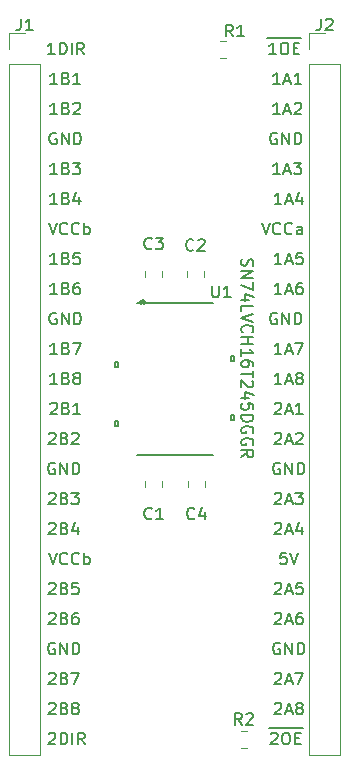
<source format=gbr>
G04 #@! TF.GenerationSoftware,KiCad,Pcbnew,(5.1.5)-3*
G04 #@! TF.CreationDate,2020-07-08T16:59:20-04:00*
G04 #@! TF.ProjectId,VFD Level Translator,56464420-4c65-4766-956c-205472616e73,rev?*
G04 #@! TF.SameCoordinates,Original*
G04 #@! TF.FileFunction,Legend,Top*
G04 #@! TF.FilePolarity,Positive*
%FSLAX46Y46*%
G04 Gerber Fmt 4.6, Leading zero omitted, Abs format (unit mm)*
G04 Created by KiCad (PCBNEW (5.1.5)-3) date 2020-07-08 16:59:20*
%MOMM*%
%LPD*%
G04 APERTURE LIST*
%ADD10C,0.150000*%
%ADD11C,0.152400*%
%ADD12C,0.120000*%
G04 APERTURE END LIST*
D10*
X140025619Y-95605000D02*
X140978000Y-95605000D01*
X140216095Y-96067619D02*
X140263714Y-96020000D01*
X140358952Y-95972380D01*
X140597047Y-95972380D01*
X140692285Y-96020000D01*
X140739904Y-96067619D01*
X140787523Y-96162857D01*
X140787523Y-96258095D01*
X140739904Y-96400952D01*
X140168476Y-96972380D01*
X140787523Y-96972380D01*
X140978000Y-95605000D02*
X142025619Y-95605000D01*
X141406571Y-95972380D02*
X141597047Y-95972380D01*
X141692285Y-96020000D01*
X141787523Y-96115238D01*
X141835142Y-96305714D01*
X141835142Y-96639047D01*
X141787523Y-96829523D01*
X141692285Y-96924761D01*
X141597047Y-96972380D01*
X141406571Y-96972380D01*
X141311333Y-96924761D01*
X141216095Y-96829523D01*
X141168476Y-96639047D01*
X141168476Y-96305714D01*
X141216095Y-96115238D01*
X141311333Y-96020000D01*
X141406571Y-95972380D01*
X142025619Y-95605000D02*
X142930380Y-95605000D01*
X142263714Y-96448571D02*
X142597047Y-96448571D01*
X142739904Y-96972380D02*
X142263714Y-96972380D01*
X142263714Y-95972380D01*
X142739904Y-95972380D01*
X140541523Y-93527619D02*
X140589142Y-93480000D01*
X140684380Y-93432380D01*
X140922476Y-93432380D01*
X141017714Y-93480000D01*
X141065333Y-93527619D01*
X141112952Y-93622857D01*
X141112952Y-93718095D01*
X141065333Y-93860952D01*
X140493904Y-94432380D01*
X141112952Y-94432380D01*
X141493904Y-94146666D02*
X141970095Y-94146666D01*
X141398666Y-94432380D02*
X141732000Y-93432380D01*
X142065333Y-94432380D01*
X142541523Y-93860952D02*
X142446285Y-93813333D01*
X142398666Y-93765714D01*
X142351047Y-93670476D01*
X142351047Y-93622857D01*
X142398666Y-93527619D01*
X142446285Y-93480000D01*
X142541523Y-93432380D01*
X142732000Y-93432380D01*
X142827238Y-93480000D01*
X142874857Y-93527619D01*
X142922476Y-93622857D01*
X142922476Y-93670476D01*
X142874857Y-93765714D01*
X142827238Y-93813333D01*
X142732000Y-93860952D01*
X142541523Y-93860952D01*
X142446285Y-93908571D01*
X142398666Y-93956190D01*
X142351047Y-94051428D01*
X142351047Y-94241904D01*
X142398666Y-94337142D01*
X142446285Y-94384761D01*
X142541523Y-94432380D01*
X142732000Y-94432380D01*
X142827238Y-94384761D01*
X142874857Y-94337142D01*
X142922476Y-94241904D01*
X142922476Y-94051428D01*
X142874857Y-93956190D01*
X142827238Y-93908571D01*
X142732000Y-93860952D01*
X140541523Y-90987619D02*
X140589142Y-90940000D01*
X140684380Y-90892380D01*
X140922476Y-90892380D01*
X141017714Y-90940000D01*
X141065333Y-90987619D01*
X141112952Y-91082857D01*
X141112952Y-91178095D01*
X141065333Y-91320952D01*
X140493904Y-91892380D01*
X141112952Y-91892380D01*
X141493904Y-91606666D02*
X141970095Y-91606666D01*
X141398666Y-91892380D02*
X141732000Y-90892380D01*
X142065333Y-91892380D01*
X142303428Y-90892380D02*
X142970095Y-90892380D01*
X142541523Y-91892380D01*
X140970095Y-88400000D02*
X140874857Y-88352380D01*
X140732000Y-88352380D01*
X140589142Y-88400000D01*
X140493904Y-88495238D01*
X140446285Y-88590476D01*
X140398666Y-88780952D01*
X140398666Y-88923809D01*
X140446285Y-89114285D01*
X140493904Y-89209523D01*
X140589142Y-89304761D01*
X140732000Y-89352380D01*
X140827238Y-89352380D01*
X140970095Y-89304761D01*
X141017714Y-89257142D01*
X141017714Y-88923809D01*
X140827238Y-88923809D01*
X141446285Y-89352380D02*
X141446285Y-88352380D01*
X142017714Y-89352380D01*
X142017714Y-88352380D01*
X142493904Y-89352380D02*
X142493904Y-88352380D01*
X142732000Y-88352380D01*
X142874857Y-88400000D01*
X142970095Y-88495238D01*
X143017714Y-88590476D01*
X143065333Y-88780952D01*
X143065333Y-88923809D01*
X143017714Y-89114285D01*
X142970095Y-89209523D01*
X142874857Y-89304761D01*
X142732000Y-89352380D01*
X142493904Y-89352380D01*
X140541523Y-85907619D02*
X140589142Y-85860000D01*
X140684380Y-85812380D01*
X140922476Y-85812380D01*
X141017714Y-85860000D01*
X141065333Y-85907619D01*
X141112952Y-86002857D01*
X141112952Y-86098095D01*
X141065333Y-86240952D01*
X140493904Y-86812380D01*
X141112952Y-86812380D01*
X141493904Y-86526666D02*
X141970095Y-86526666D01*
X141398666Y-86812380D02*
X141732000Y-85812380D01*
X142065333Y-86812380D01*
X142827238Y-85812380D02*
X142636761Y-85812380D01*
X142541523Y-85860000D01*
X142493904Y-85907619D01*
X142398666Y-86050476D01*
X142351047Y-86240952D01*
X142351047Y-86621904D01*
X142398666Y-86717142D01*
X142446285Y-86764761D01*
X142541523Y-86812380D01*
X142732000Y-86812380D01*
X142827238Y-86764761D01*
X142874857Y-86717142D01*
X142922476Y-86621904D01*
X142922476Y-86383809D01*
X142874857Y-86288571D01*
X142827238Y-86240952D01*
X142732000Y-86193333D01*
X142541523Y-86193333D01*
X142446285Y-86240952D01*
X142398666Y-86288571D01*
X142351047Y-86383809D01*
X140541523Y-83367619D02*
X140589142Y-83320000D01*
X140684380Y-83272380D01*
X140922476Y-83272380D01*
X141017714Y-83320000D01*
X141065333Y-83367619D01*
X141112952Y-83462857D01*
X141112952Y-83558095D01*
X141065333Y-83700952D01*
X140493904Y-84272380D01*
X141112952Y-84272380D01*
X141493904Y-83986666D02*
X141970095Y-83986666D01*
X141398666Y-84272380D02*
X141732000Y-83272380D01*
X142065333Y-84272380D01*
X142874857Y-83272380D02*
X142398666Y-83272380D01*
X142351047Y-83748571D01*
X142398666Y-83700952D01*
X142493904Y-83653333D01*
X142732000Y-83653333D01*
X142827238Y-83700952D01*
X142874857Y-83748571D01*
X142922476Y-83843809D01*
X142922476Y-84081904D01*
X142874857Y-84177142D01*
X142827238Y-84224761D01*
X142732000Y-84272380D01*
X142493904Y-84272380D01*
X142398666Y-84224761D01*
X142351047Y-84177142D01*
X141541523Y-80732380D02*
X141065333Y-80732380D01*
X141017714Y-81208571D01*
X141065333Y-81160952D01*
X141160571Y-81113333D01*
X141398666Y-81113333D01*
X141493904Y-81160952D01*
X141541523Y-81208571D01*
X141589142Y-81303809D01*
X141589142Y-81541904D01*
X141541523Y-81637142D01*
X141493904Y-81684761D01*
X141398666Y-81732380D01*
X141160571Y-81732380D01*
X141065333Y-81684761D01*
X141017714Y-81637142D01*
X141874857Y-80732380D02*
X142208190Y-81732380D01*
X142541523Y-80732380D01*
X140541523Y-78287619D02*
X140589142Y-78240000D01*
X140684380Y-78192380D01*
X140922476Y-78192380D01*
X141017714Y-78240000D01*
X141065333Y-78287619D01*
X141112952Y-78382857D01*
X141112952Y-78478095D01*
X141065333Y-78620952D01*
X140493904Y-79192380D01*
X141112952Y-79192380D01*
X141493904Y-78906666D02*
X141970095Y-78906666D01*
X141398666Y-79192380D02*
X141732000Y-78192380D01*
X142065333Y-79192380D01*
X142827238Y-78525714D02*
X142827238Y-79192380D01*
X142589142Y-78144761D02*
X142351047Y-78859047D01*
X142970095Y-78859047D01*
X140541523Y-75747619D02*
X140589142Y-75700000D01*
X140684380Y-75652380D01*
X140922476Y-75652380D01*
X141017714Y-75700000D01*
X141065333Y-75747619D01*
X141112952Y-75842857D01*
X141112952Y-75938095D01*
X141065333Y-76080952D01*
X140493904Y-76652380D01*
X141112952Y-76652380D01*
X141493904Y-76366666D02*
X141970095Y-76366666D01*
X141398666Y-76652380D02*
X141732000Y-75652380D01*
X142065333Y-76652380D01*
X142303428Y-75652380D02*
X142922476Y-75652380D01*
X142589142Y-76033333D01*
X142732000Y-76033333D01*
X142827238Y-76080952D01*
X142874857Y-76128571D01*
X142922476Y-76223809D01*
X142922476Y-76461904D01*
X142874857Y-76557142D01*
X142827238Y-76604761D01*
X142732000Y-76652380D01*
X142446285Y-76652380D01*
X142351047Y-76604761D01*
X142303428Y-76557142D01*
X140970095Y-73160000D02*
X140874857Y-73112380D01*
X140732000Y-73112380D01*
X140589142Y-73160000D01*
X140493904Y-73255238D01*
X140446285Y-73350476D01*
X140398666Y-73540952D01*
X140398666Y-73683809D01*
X140446285Y-73874285D01*
X140493904Y-73969523D01*
X140589142Y-74064761D01*
X140732000Y-74112380D01*
X140827238Y-74112380D01*
X140970095Y-74064761D01*
X141017714Y-74017142D01*
X141017714Y-73683809D01*
X140827238Y-73683809D01*
X141446285Y-74112380D02*
X141446285Y-73112380D01*
X142017714Y-74112380D01*
X142017714Y-73112380D01*
X142493904Y-74112380D02*
X142493904Y-73112380D01*
X142732000Y-73112380D01*
X142874857Y-73160000D01*
X142970095Y-73255238D01*
X143017714Y-73350476D01*
X143065333Y-73540952D01*
X143065333Y-73683809D01*
X143017714Y-73874285D01*
X142970095Y-73969523D01*
X142874857Y-74064761D01*
X142732000Y-74112380D01*
X142493904Y-74112380D01*
X140541523Y-70667619D02*
X140589142Y-70620000D01*
X140684380Y-70572380D01*
X140922476Y-70572380D01*
X141017714Y-70620000D01*
X141065333Y-70667619D01*
X141112952Y-70762857D01*
X141112952Y-70858095D01*
X141065333Y-71000952D01*
X140493904Y-71572380D01*
X141112952Y-71572380D01*
X141493904Y-71286666D02*
X141970095Y-71286666D01*
X141398666Y-71572380D02*
X141732000Y-70572380D01*
X142065333Y-71572380D01*
X142351047Y-70667619D02*
X142398666Y-70620000D01*
X142493904Y-70572380D01*
X142732000Y-70572380D01*
X142827238Y-70620000D01*
X142874857Y-70667619D01*
X142922476Y-70762857D01*
X142922476Y-70858095D01*
X142874857Y-71000952D01*
X142303428Y-71572380D01*
X142922476Y-71572380D01*
X140541523Y-68127619D02*
X140589142Y-68080000D01*
X140684380Y-68032380D01*
X140922476Y-68032380D01*
X141017714Y-68080000D01*
X141065333Y-68127619D01*
X141112952Y-68222857D01*
X141112952Y-68318095D01*
X141065333Y-68460952D01*
X140493904Y-69032380D01*
X141112952Y-69032380D01*
X141493904Y-68746666D02*
X141970095Y-68746666D01*
X141398666Y-69032380D02*
X141732000Y-68032380D01*
X142065333Y-69032380D01*
X142922476Y-69032380D02*
X142351047Y-69032380D01*
X142636761Y-69032380D02*
X142636761Y-68032380D01*
X142541523Y-68175238D01*
X142446285Y-68270476D01*
X142351047Y-68318095D01*
X141112952Y-66492380D02*
X140541523Y-66492380D01*
X140827238Y-66492380D02*
X140827238Y-65492380D01*
X140732000Y-65635238D01*
X140636761Y-65730476D01*
X140541523Y-65778095D01*
X141493904Y-66206666D02*
X141970095Y-66206666D01*
X141398666Y-66492380D02*
X141732000Y-65492380D01*
X142065333Y-66492380D01*
X142541523Y-65920952D02*
X142446285Y-65873333D01*
X142398666Y-65825714D01*
X142351047Y-65730476D01*
X142351047Y-65682857D01*
X142398666Y-65587619D01*
X142446285Y-65540000D01*
X142541523Y-65492380D01*
X142732000Y-65492380D01*
X142827238Y-65540000D01*
X142874857Y-65587619D01*
X142922476Y-65682857D01*
X142922476Y-65730476D01*
X142874857Y-65825714D01*
X142827238Y-65873333D01*
X142732000Y-65920952D01*
X142541523Y-65920952D01*
X142446285Y-65968571D01*
X142398666Y-66016190D01*
X142351047Y-66111428D01*
X142351047Y-66301904D01*
X142398666Y-66397142D01*
X142446285Y-66444761D01*
X142541523Y-66492380D01*
X142732000Y-66492380D01*
X142827238Y-66444761D01*
X142874857Y-66397142D01*
X142922476Y-66301904D01*
X142922476Y-66111428D01*
X142874857Y-66016190D01*
X142827238Y-65968571D01*
X142732000Y-65920952D01*
X141112952Y-63952380D02*
X140541523Y-63952380D01*
X140827238Y-63952380D02*
X140827238Y-62952380D01*
X140732000Y-63095238D01*
X140636761Y-63190476D01*
X140541523Y-63238095D01*
X141493904Y-63666666D02*
X141970095Y-63666666D01*
X141398666Y-63952380D02*
X141732000Y-62952380D01*
X142065333Y-63952380D01*
X142303428Y-62952380D02*
X142970095Y-62952380D01*
X142541523Y-63952380D01*
X140716095Y-60460000D02*
X140620857Y-60412380D01*
X140478000Y-60412380D01*
X140335142Y-60460000D01*
X140239904Y-60555238D01*
X140192285Y-60650476D01*
X140144666Y-60840952D01*
X140144666Y-60983809D01*
X140192285Y-61174285D01*
X140239904Y-61269523D01*
X140335142Y-61364761D01*
X140478000Y-61412380D01*
X140573238Y-61412380D01*
X140716095Y-61364761D01*
X140763714Y-61317142D01*
X140763714Y-60983809D01*
X140573238Y-60983809D01*
X141192285Y-61412380D02*
X141192285Y-60412380D01*
X141763714Y-61412380D01*
X141763714Y-60412380D01*
X142239904Y-61412380D02*
X142239904Y-60412380D01*
X142478000Y-60412380D01*
X142620857Y-60460000D01*
X142716095Y-60555238D01*
X142763714Y-60650476D01*
X142811333Y-60840952D01*
X142811333Y-60983809D01*
X142763714Y-61174285D01*
X142716095Y-61269523D01*
X142620857Y-61364761D01*
X142478000Y-61412380D01*
X142239904Y-61412380D01*
X141112952Y-58872380D02*
X140541523Y-58872380D01*
X140827238Y-58872380D02*
X140827238Y-57872380D01*
X140732000Y-58015238D01*
X140636761Y-58110476D01*
X140541523Y-58158095D01*
X141493904Y-58586666D02*
X141970095Y-58586666D01*
X141398666Y-58872380D02*
X141732000Y-57872380D01*
X142065333Y-58872380D01*
X142827238Y-57872380D02*
X142636761Y-57872380D01*
X142541523Y-57920000D01*
X142493904Y-57967619D01*
X142398666Y-58110476D01*
X142351047Y-58300952D01*
X142351047Y-58681904D01*
X142398666Y-58777142D01*
X142446285Y-58824761D01*
X142541523Y-58872380D01*
X142732000Y-58872380D01*
X142827238Y-58824761D01*
X142874857Y-58777142D01*
X142922476Y-58681904D01*
X142922476Y-58443809D01*
X142874857Y-58348571D01*
X142827238Y-58300952D01*
X142732000Y-58253333D01*
X142541523Y-58253333D01*
X142446285Y-58300952D01*
X142398666Y-58348571D01*
X142351047Y-58443809D01*
X141112952Y-56332380D02*
X140541523Y-56332380D01*
X140827238Y-56332380D02*
X140827238Y-55332380D01*
X140732000Y-55475238D01*
X140636761Y-55570476D01*
X140541523Y-55618095D01*
X141493904Y-56046666D02*
X141970095Y-56046666D01*
X141398666Y-56332380D02*
X141732000Y-55332380D01*
X142065333Y-56332380D01*
X142874857Y-55332380D02*
X142398666Y-55332380D01*
X142351047Y-55808571D01*
X142398666Y-55760952D01*
X142493904Y-55713333D01*
X142732000Y-55713333D01*
X142827238Y-55760952D01*
X142874857Y-55808571D01*
X142922476Y-55903809D01*
X142922476Y-56141904D01*
X142874857Y-56237142D01*
X142827238Y-56284761D01*
X142732000Y-56332380D01*
X142493904Y-56332380D01*
X142398666Y-56284761D01*
X142351047Y-56237142D01*
X139438285Y-52792380D02*
X139771619Y-53792380D01*
X140104952Y-52792380D01*
X141009714Y-53697142D02*
X140962095Y-53744761D01*
X140819238Y-53792380D01*
X140724000Y-53792380D01*
X140581142Y-53744761D01*
X140485904Y-53649523D01*
X140438285Y-53554285D01*
X140390666Y-53363809D01*
X140390666Y-53220952D01*
X140438285Y-53030476D01*
X140485904Y-52935238D01*
X140581142Y-52840000D01*
X140724000Y-52792380D01*
X140819238Y-52792380D01*
X140962095Y-52840000D01*
X141009714Y-52887619D01*
X142009714Y-53697142D02*
X141962095Y-53744761D01*
X141819238Y-53792380D01*
X141724000Y-53792380D01*
X141581142Y-53744761D01*
X141485904Y-53649523D01*
X141438285Y-53554285D01*
X141390666Y-53363809D01*
X141390666Y-53220952D01*
X141438285Y-53030476D01*
X141485904Y-52935238D01*
X141581142Y-52840000D01*
X141724000Y-52792380D01*
X141819238Y-52792380D01*
X141962095Y-52840000D01*
X142009714Y-52887619D01*
X142866857Y-53792380D02*
X142866857Y-53268571D01*
X142819238Y-53173333D01*
X142724000Y-53125714D01*
X142533523Y-53125714D01*
X142438285Y-53173333D01*
X142866857Y-53744761D02*
X142771619Y-53792380D01*
X142533523Y-53792380D01*
X142438285Y-53744761D01*
X142390666Y-53649523D01*
X142390666Y-53554285D01*
X142438285Y-53459047D01*
X142533523Y-53411428D01*
X142771619Y-53411428D01*
X142866857Y-53363809D01*
X141112952Y-51252380D02*
X140541523Y-51252380D01*
X140827238Y-51252380D02*
X140827238Y-50252380D01*
X140732000Y-50395238D01*
X140636761Y-50490476D01*
X140541523Y-50538095D01*
X141493904Y-50966666D02*
X141970095Y-50966666D01*
X141398666Y-51252380D02*
X141732000Y-50252380D01*
X142065333Y-51252380D01*
X142827238Y-50585714D02*
X142827238Y-51252380D01*
X142589142Y-50204761D02*
X142351047Y-50919047D01*
X142970095Y-50919047D01*
X140985952Y-48712380D02*
X140414523Y-48712380D01*
X140700238Y-48712380D02*
X140700238Y-47712380D01*
X140605000Y-47855238D01*
X140509761Y-47950476D01*
X140414523Y-47998095D01*
X141366904Y-48426666D02*
X141843095Y-48426666D01*
X141271666Y-48712380D02*
X141605000Y-47712380D01*
X141938333Y-48712380D01*
X142176428Y-47712380D02*
X142795476Y-47712380D01*
X142462142Y-48093333D01*
X142605000Y-48093333D01*
X142700238Y-48140952D01*
X142747857Y-48188571D01*
X142795476Y-48283809D01*
X142795476Y-48521904D01*
X142747857Y-48617142D01*
X142700238Y-48664761D01*
X142605000Y-48712380D01*
X142319285Y-48712380D01*
X142224047Y-48664761D01*
X142176428Y-48617142D01*
X140716095Y-45220000D02*
X140620857Y-45172380D01*
X140478000Y-45172380D01*
X140335142Y-45220000D01*
X140239904Y-45315238D01*
X140192285Y-45410476D01*
X140144666Y-45600952D01*
X140144666Y-45743809D01*
X140192285Y-45934285D01*
X140239904Y-46029523D01*
X140335142Y-46124761D01*
X140478000Y-46172380D01*
X140573238Y-46172380D01*
X140716095Y-46124761D01*
X140763714Y-46077142D01*
X140763714Y-45743809D01*
X140573238Y-45743809D01*
X141192285Y-46172380D02*
X141192285Y-45172380D01*
X141763714Y-46172380D01*
X141763714Y-45172380D01*
X142239904Y-46172380D02*
X142239904Y-45172380D01*
X142478000Y-45172380D01*
X142620857Y-45220000D01*
X142716095Y-45315238D01*
X142763714Y-45410476D01*
X142811333Y-45600952D01*
X142811333Y-45743809D01*
X142763714Y-45934285D01*
X142716095Y-46029523D01*
X142620857Y-46124761D01*
X142478000Y-46172380D01*
X142239904Y-46172380D01*
X140985952Y-43632380D02*
X140414523Y-43632380D01*
X140700238Y-43632380D02*
X140700238Y-42632380D01*
X140605000Y-42775238D01*
X140509761Y-42870476D01*
X140414523Y-42918095D01*
X141366904Y-43346666D02*
X141843095Y-43346666D01*
X141271666Y-43632380D02*
X141605000Y-42632380D01*
X141938333Y-43632380D01*
X142224047Y-42727619D02*
X142271666Y-42680000D01*
X142366904Y-42632380D01*
X142605000Y-42632380D01*
X142700238Y-42680000D01*
X142747857Y-42727619D01*
X142795476Y-42822857D01*
X142795476Y-42918095D01*
X142747857Y-43060952D01*
X142176428Y-43632380D01*
X142795476Y-43632380D01*
X140985952Y-41092380D02*
X140414523Y-41092380D01*
X140700238Y-41092380D02*
X140700238Y-40092380D01*
X140605000Y-40235238D01*
X140509761Y-40330476D01*
X140414523Y-40378095D01*
X141366904Y-40806666D02*
X141843095Y-40806666D01*
X141271666Y-41092380D02*
X141605000Y-40092380D01*
X141938333Y-41092380D01*
X142795476Y-41092380D02*
X142224047Y-41092380D01*
X142509761Y-41092380D02*
X142509761Y-40092380D01*
X142414523Y-40235238D01*
X142319285Y-40330476D01*
X142224047Y-40378095D01*
X139898619Y-37185000D02*
X140851000Y-37185000D01*
X140660523Y-38552380D02*
X140089095Y-38552380D01*
X140374809Y-38552380D02*
X140374809Y-37552380D01*
X140279571Y-37695238D01*
X140184333Y-37790476D01*
X140089095Y-37838095D01*
X140851000Y-37185000D02*
X141898619Y-37185000D01*
X141279571Y-37552380D02*
X141470047Y-37552380D01*
X141565285Y-37600000D01*
X141660523Y-37695238D01*
X141708142Y-37885714D01*
X141708142Y-38219047D01*
X141660523Y-38409523D01*
X141565285Y-38504761D01*
X141470047Y-38552380D01*
X141279571Y-38552380D01*
X141184333Y-38504761D01*
X141089095Y-38409523D01*
X141041476Y-38219047D01*
X141041476Y-37885714D01*
X141089095Y-37695238D01*
X141184333Y-37600000D01*
X141279571Y-37552380D01*
X141898619Y-37185000D02*
X142803380Y-37185000D01*
X142136714Y-38028571D02*
X142470047Y-38028571D01*
X142612904Y-38552380D02*
X142136714Y-38552380D01*
X142136714Y-37552380D01*
X142612904Y-37552380D01*
X121412190Y-96067619D02*
X121459809Y-96020000D01*
X121555047Y-95972380D01*
X121793142Y-95972380D01*
X121888380Y-96020000D01*
X121936000Y-96067619D01*
X121983619Y-96162857D01*
X121983619Y-96258095D01*
X121936000Y-96400952D01*
X121364571Y-96972380D01*
X121983619Y-96972380D01*
X122412190Y-96972380D02*
X122412190Y-95972380D01*
X122650285Y-95972380D01*
X122793142Y-96020000D01*
X122888380Y-96115238D01*
X122936000Y-96210476D01*
X122983619Y-96400952D01*
X122983619Y-96543809D01*
X122936000Y-96734285D01*
X122888380Y-96829523D01*
X122793142Y-96924761D01*
X122650285Y-96972380D01*
X122412190Y-96972380D01*
X123412190Y-96972380D02*
X123412190Y-95972380D01*
X124459809Y-96972380D02*
X124126476Y-96496190D01*
X123888380Y-96972380D02*
X123888380Y-95972380D01*
X124269333Y-95972380D01*
X124364571Y-96020000D01*
X124412190Y-96067619D01*
X124459809Y-96162857D01*
X124459809Y-96305714D01*
X124412190Y-96400952D01*
X124364571Y-96448571D01*
X124269333Y-96496190D01*
X123888380Y-96496190D01*
X121420095Y-93527619D02*
X121467714Y-93480000D01*
X121562952Y-93432380D01*
X121801047Y-93432380D01*
X121896285Y-93480000D01*
X121943904Y-93527619D01*
X121991523Y-93622857D01*
X121991523Y-93718095D01*
X121943904Y-93860952D01*
X121372476Y-94432380D01*
X121991523Y-94432380D01*
X122753428Y-93908571D02*
X122896285Y-93956190D01*
X122943904Y-94003809D01*
X122991523Y-94099047D01*
X122991523Y-94241904D01*
X122943904Y-94337142D01*
X122896285Y-94384761D01*
X122801047Y-94432380D01*
X122420095Y-94432380D01*
X122420095Y-93432380D01*
X122753428Y-93432380D01*
X122848666Y-93480000D01*
X122896285Y-93527619D01*
X122943904Y-93622857D01*
X122943904Y-93718095D01*
X122896285Y-93813333D01*
X122848666Y-93860952D01*
X122753428Y-93908571D01*
X122420095Y-93908571D01*
X123562952Y-93860952D02*
X123467714Y-93813333D01*
X123420095Y-93765714D01*
X123372476Y-93670476D01*
X123372476Y-93622857D01*
X123420095Y-93527619D01*
X123467714Y-93480000D01*
X123562952Y-93432380D01*
X123753428Y-93432380D01*
X123848666Y-93480000D01*
X123896285Y-93527619D01*
X123943904Y-93622857D01*
X123943904Y-93670476D01*
X123896285Y-93765714D01*
X123848666Y-93813333D01*
X123753428Y-93860952D01*
X123562952Y-93860952D01*
X123467714Y-93908571D01*
X123420095Y-93956190D01*
X123372476Y-94051428D01*
X123372476Y-94241904D01*
X123420095Y-94337142D01*
X123467714Y-94384761D01*
X123562952Y-94432380D01*
X123753428Y-94432380D01*
X123848666Y-94384761D01*
X123896285Y-94337142D01*
X123943904Y-94241904D01*
X123943904Y-94051428D01*
X123896285Y-93956190D01*
X123848666Y-93908571D01*
X123753428Y-93860952D01*
X121420095Y-90987619D02*
X121467714Y-90940000D01*
X121562952Y-90892380D01*
X121801047Y-90892380D01*
X121896285Y-90940000D01*
X121943904Y-90987619D01*
X121991523Y-91082857D01*
X121991523Y-91178095D01*
X121943904Y-91320952D01*
X121372476Y-91892380D01*
X121991523Y-91892380D01*
X122753428Y-91368571D02*
X122896285Y-91416190D01*
X122943904Y-91463809D01*
X122991523Y-91559047D01*
X122991523Y-91701904D01*
X122943904Y-91797142D01*
X122896285Y-91844761D01*
X122801047Y-91892380D01*
X122420095Y-91892380D01*
X122420095Y-90892380D01*
X122753428Y-90892380D01*
X122848666Y-90940000D01*
X122896285Y-90987619D01*
X122943904Y-91082857D01*
X122943904Y-91178095D01*
X122896285Y-91273333D01*
X122848666Y-91320952D01*
X122753428Y-91368571D01*
X122420095Y-91368571D01*
X123324857Y-90892380D02*
X123991523Y-90892380D01*
X123562952Y-91892380D01*
X121920095Y-88400000D02*
X121824857Y-88352380D01*
X121682000Y-88352380D01*
X121539142Y-88400000D01*
X121443904Y-88495238D01*
X121396285Y-88590476D01*
X121348666Y-88780952D01*
X121348666Y-88923809D01*
X121396285Y-89114285D01*
X121443904Y-89209523D01*
X121539142Y-89304761D01*
X121682000Y-89352380D01*
X121777238Y-89352380D01*
X121920095Y-89304761D01*
X121967714Y-89257142D01*
X121967714Y-88923809D01*
X121777238Y-88923809D01*
X122396285Y-89352380D02*
X122396285Y-88352380D01*
X122967714Y-89352380D01*
X122967714Y-88352380D01*
X123443904Y-89352380D02*
X123443904Y-88352380D01*
X123682000Y-88352380D01*
X123824857Y-88400000D01*
X123920095Y-88495238D01*
X123967714Y-88590476D01*
X124015333Y-88780952D01*
X124015333Y-88923809D01*
X123967714Y-89114285D01*
X123920095Y-89209523D01*
X123824857Y-89304761D01*
X123682000Y-89352380D01*
X123443904Y-89352380D01*
X121420095Y-85907619D02*
X121467714Y-85860000D01*
X121562952Y-85812380D01*
X121801047Y-85812380D01*
X121896285Y-85860000D01*
X121943904Y-85907619D01*
X121991523Y-86002857D01*
X121991523Y-86098095D01*
X121943904Y-86240952D01*
X121372476Y-86812380D01*
X121991523Y-86812380D01*
X122753428Y-86288571D02*
X122896285Y-86336190D01*
X122943904Y-86383809D01*
X122991523Y-86479047D01*
X122991523Y-86621904D01*
X122943904Y-86717142D01*
X122896285Y-86764761D01*
X122801047Y-86812380D01*
X122420095Y-86812380D01*
X122420095Y-85812380D01*
X122753428Y-85812380D01*
X122848666Y-85860000D01*
X122896285Y-85907619D01*
X122943904Y-86002857D01*
X122943904Y-86098095D01*
X122896285Y-86193333D01*
X122848666Y-86240952D01*
X122753428Y-86288571D01*
X122420095Y-86288571D01*
X123848666Y-85812380D02*
X123658190Y-85812380D01*
X123562952Y-85860000D01*
X123515333Y-85907619D01*
X123420095Y-86050476D01*
X123372476Y-86240952D01*
X123372476Y-86621904D01*
X123420095Y-86717142D01*
X123467714Y-86764761D01*
X123562952Y-86812380D01*
X123753428Y-86812380D01*
X123848666Y-86764761D01*
X123896285Y-86717142D01*
X123943904Y-86621904D01*
X123943904Y-86383809D01*
X123896285Y-86288571D01*
X123848666Y-86240952D01*
X123753428Y-86193333D01*
X123562952Y-86193333D01*
X123467714Y-86240952D01*
X123420095Y-86288571D01*
X123372476Y-86383809D01*
X121420095Y-83367619D02*
X121467714Y-83320000D01*
X121562952Y-83272380D01*
X121801047Y-83272380D01*
X121896285Y-83320000D01*
X121943904Y-83367619D01*
X121991523Y-83462857D01*
X121991523Y-83558095D01*
X121943904Y-83700952D01*
X121372476Y-84272380D01*
X121991523Y-84272380D01*
X122753428Y-83748571D02*
X122896285Y-83796190D01*
X122943904Y-83843809D01*
X122991523Y-83939047D01*
X122991523Y-84081904D01*
X122943904Y-84177142D01*
X122896285Y-84224761D01*
X122801047Y-84272380D01*
X122420095Y-84272380D01*
X122420095Y-83272380D01*
X122753428Y-83272380D01*
X122848666Y-83320000D01*
X122896285Y-83367619D01*
X122943904Y-83462857D01*
X122943904Y-83558095D01*
X122896285Y-83653333D01*
X122848666Y-83700952D01*
X122753428Y-83748571D01*
X122420095Y-83748571D01*
X123896285Y-83272380D02*
X123420095Y-83272380D01*
X123372476Y-83748571D01*
X123420095Y-83700952D01*
X123515333Y-83653333D01*
X123753428Y-83653333D01*
X123848666Y-83700952D01*
X123896285Y-83748571D01*
X123943904Y-83843809D01*
X123943904Y-84081904D01*
X123896285Y-84177142D01*
X123848666Y-84224761D01*
X123753428Y-84272380D01*
X123515333Y-84272380D01*
X123420095Y-84224761D01*
X123372476Y-84177142D01*
X121404285Y-80732380D02*
X121737619Y-81732380D01*
X122070952Y-80732380D01*
X122975714Y-81637142D02*
X122928095Y-81684761D01*
X122785238Y-81732380D01*
X122690000Y-81732380D01*
X122547142Y-81684761D01*
X122451904Y-81589523D01*
X122404285Y-81494285D01*
X122356666Y-81303809D01*
X122356666Y-81160952D01*
X122404285Y-80970476D01*
X122451904Y-80875238D01*
X122547142Y-80780000D01*
X122690000Y-80732380D01*
X122785238Y-80732380D01*
X122928095Y-80780000D01*
X122975714Y-80827619D01*
X123975714Y-81637142D02*
X123928095Y-81684761D01*
X123785238Y-81732380D01*
X123690000Y-81732380D01*
X123547142Y-81684761D01*
X123451904Y-81589523D01*
X123404285Y-81494285D01*
X123356666Y-81303809D01*
X123356666Y-81160952D01*
X123404285Y-80970476D01*
X123451904Y-80875238D01*
X123547142Y-80780000D01*
X123690000Y-80732380D01*
X123785238Y-80732380D01*
X123928095Y-80780000D01*
X123975714Y-80827619D01*
X124404285Y-81732380D02*
X124404285Y-80732380D01*
X124404285Y-81113333D02*
X124499523Y-81065714D01*
X124690000Y-81065714D01*
X124785238Y-81113333D01*
X124832857Y-81160952D01*
X124880476Y-81256190D01*
X124880476Y-81541904D01*
X124832857Y-81637142D01*
X124785238Y-81684761D01*
X124690000Y-81732380D01*
X124499523Y-81732380D01*
X124404285Y-81684761D01*
X121420095Y-78287619D02*
X121467714Y-78240000D01*
X121562952Y-78192380D01*
X121801047Y-78192380D01*
X121896285Y-78240000D01*
X121943904Y-78287619D01*
X121991523Y-78382857D01*
X121991523Y-78478095D01*
X121943904Y-78620952D01*
X121372476Y-79192380D01*
X121991523Y-79192380D01*
X122753428Y-78668571D02*
X122896285Y-78716190D01*
X122943904Y-78763809D01*
X122991523Y-78859047D01*
X122991523Y-79001904D01*
X122943904Y-79097142D01*
X122896285Y-79144761D01*
X122801047Y-79192380D01*
X122420095Y-79192380D01*
X122420095Y-78192380D01*
X122753428Y-78192380D01*
X122848666Y-78240000D01*
X122896285Y-78287619D01*
X122943904Y-78382857D01*
X122943904Y-78478095D01*
X122896285Y-78573333D01*
X122848666Y-78620952D01*
X122753428Y-78668571D01*
X122420095Y-78668571D01*
X123848666Y-78525714D02*
X123848666Y-79192380D01*
X123610571Y-78144761D02*
X123372476Y-78859047D01*
X123991523Y-78859047D01*
X121920095Y-73160000D02*
X121824857Y-73112380D01*
X121682000Y-73112380D01*
X121539142Y-73160000D01*
X121443904Y-73255238D01*
X121396285Y-73350476D01*
X121348666Y-73540952D01*
X121348666Y-73683809D01*
X121396285Y-73874285D01*
X121443904Y-73969523D01*
X121539142Y-74064761D01*
X121682000Y-74112380D01*
X121777238Y-74112380D01*
X121920095Y-74064761D01*
X121967714Y-74017142D01*
X121967714Y-73683809D01*
X121777238Y-73683809D01*
X122396285Y-74112380D02*
X122396285Y-73112380D01*
X122967714Y-74112380D01*
X122967714Y-73112380D01*
X123443904Y-74112380D02*
X123443904Y-73112380D01*
X123682000Y-73112380D01*
X123824857Y-73160000D01*
X123920095Y-73255238D01*
X123967714Y-73350476D01*
X124015333Y-73540952D01*
X124015333Y-73683809D01*
X123967714Y-73874285D01*
X123920095Y-73969523D01*
X123824857Y-74064761D01*
X123682000Y-74112380D01*
X123443904Y-74112380D01*
X121420095Y-75747619D02*
X121467714Y-75700000D01*
X121562952Y-75652380D01*
X121801047Y-75652380D01*
X121896285Y-75700000D01*
X121943904Y-75747619D01*
X121991523Y-75842857D01*
X121991523Y-75938095D01*
X121943904Y-76080952D01*
X121372476Y-76652380D01*
X121991523Y-76652380D01*
X122753428Y-76128571D02*
X122896285Y-76176190D01*
X122943904Y-76223809D01*
X122991523Y-76319047D01*
X122991523Y-76461904D01*
X122943904Y-76557142D01*
X122896285Y-76604761D01*
X122801047Y-76652380D01*
X122420095Y-76652380D01*
X122420095Y-75652380D01*
X122753428Y-75652380D01*
X122848666Y-75700000D01*
X122896285Y-75747619D01*
X122943904Y-75842857D01*
X122943904Y-75938095D01*
X122896285Y-76033333D01*
X122848666Y-76080952D01*
X122753428Y-76128571D01*
X122420095Y-76128571D01*
X123324857Y-75652380D02*
X123943904Y-75652380D01*
X123610571Y-76033333D01*
X123753428Y-76033333D01*
X123848666Y-76080952D01*
X123896285Y-76128571D01*
X123943904Y-76223809D01*
X123943904Y-76461904D01*
X123896285Y-76557142D01*
X123848666Y-76604761D01*
X123753428Y-76652380D01*
X123467714Y-76652380D01*
X123372476Y-76604761D01*
X123324857Y-76557142D01*
X121420095Y-70667619D02*
X121467714Y-70620000D01*
X121562952Y-70572380D01*
X121801047Y-70572380D01*
X121896285Y-70620000D01*
X121943904Y-70667619D01*
X121991523Y-70762857D01*
X121991523Y-70858095D01*
X121943904Y-71000952D01*
X121372476Y-71572380D01*
X121991523Y-71572380D01*
X122753428Y-71048571D02*
X122896285Y-71096190D01*
X122943904Y-71143809D01*
X122991523Y-71239047D01*
X122991523Y-71381904D01*
X122943904Y-71477142D01*
X122896285Y-71524761D01*
X122801047Y-71572380D01*
X122420095Y-71572380D01*
X122420095Y-70572380D01*
X122753428Y-70572380D01*
X122848666Y-70620000D01*
X122896285Y-70667619D01*
X122943904Y-70762857D01*
X122943904Y-70858095D01*
X122896285Y-70953333D01*
X122848666Y-71000952D01*
X122753428Y-71048571D01*
X122420095Y-71048571D01*
X123372476Y-70667619D02*
X123420095Y-70620000D01*
X123515333Y-70572380D01*
X123753428Y-70572380D01*
X123848666Y-70620000D01*
X123896285Y-70667619D01*
X123943904Y-70762857D01*
X123943904Y-70858095D01*
X123896285Y-71000952D01*
X123324857Y-71572380D01*
X123943904Y-71572380D01*
X121547095Y-68127619D02*
X121594714Y-68080000D01*
X121689952Y-68032380D01*
X121928047Y-68032380D01*
X122023285Y-68080000D01*
X122070904Y-68127619D01*
X122118523Y-68222857D01*
X122118523Y-68318095D01*
X122070904Y-68460952D01*
X121499476Y-69032380D01*
X122118523Y-69032380D01*
X122880428Y-68508571D02*
X123023285Y-68556190D01*
X123070904Y-68603809D01*
X123118523Y-68699047D01*
X123118523Y-68841904D01*
X123070904Y-68937142D01*
X123023285Y-68984761D01*
X122928047Y-69032380D01*
X122547095Y-69032380D01*
X122547095Y-68032380D01*
X122880428Y-68032380D01*
X122975666Y-68080000D01*
X123023285Y-68127619D01*
X123070904Y-68222857D01*
X123070904Y-68318095D01*
X123023285Y-68413333D01*
X122975666Y-68460952D01*
X122880428Y-68508571D01*
X122547095Y-68508571D01*
X124070904Y-69032380D02*
X123499476Y-69032380D01*
X123785190Y-69032380D02*
X123785190Y-68032380D01*
X123689952Y-68175238D01*
X123594714Y-68270476D01*
X123499476Y-68318095D01*
X122118523Y-66492380D02*
X121547095Y-66492380D01*
X121832809Y-66492380D02*
X121832809Y-65492380D01*
X121737571Y-65635238D01*
X121642333Y-65730476D01*
X121547095Y-65778095D01*
X122880428Y-65968571D02*
X123023285Y-66016190D01*
X123070904Y-66063809D01*
X123118523Y-66159047D01*
X123118523Y-66301904D01*
X123070904Y-66397142D01*
X123023285Y-66444761D01*
X122928047Y-66492380D01*
X122547095Y-66492380D01*
X122547095Y-65492380D01*
X122880428Y-65492380D01*
X122975666Y-65540000D01*
X123023285Y-65587619D01*
X123070904Y-65682857D01*
X123070904Y-65778095D01*
X123023285Y-65873333D01*
X122975666Y-65920952D01*
X122880428Y-65968571D01*
X122547095Y-65968571D01*
X123689952Y-65920952D02*
X123594714Y-65873333D01*
X123547095Y-65825714D01*
X123499476Y-65730476D01*
X123499476Y-65682857D01*
X123547095Y-65587619D01*
X123594714Y-65540000D01*
X123689952Y-65492380D01*
X123880428Y-65492380D01*
X123975666Y-65540000D01*
X124023285Y-65587619D01*
X124070904Y-65682857D01*
X124070904Y-65730476D01*
X124023285Y-65825714D01*
X123975666Y-65873333D01*
X123880428Y-65920952D01*
X123689952Y-65920952D01*
X123594714Y-65968571D01*
X123547095Y-66016190D01*
X123499476Y-66111428D01*
X123499476Y-66301904D01*
X123547095Y-66397142D01*
X123594714Y-66444761D01*
X123689952Y-66492380D01*
X123880428Y-66492380D01*
X123975666Y-66444761D01*
X124023285Y-66397142D01*
X124070904Y-66301904D01*
X124070904Y-66111428D01*
X124023285Y-66016190D01*
X123975666Y-65968571D01*
X123880428Y-65920952D01*
X122118523Y-63952380D02*
X121547095Y-63952380D01*
X121832809Y-63952380D02*
X121832809Y-62952380D01*
X121737571Y-63095238D01*
X121642333Y-63190476D01*
X121547095Y-63238095D01*
X122880428Y-63428571D02*
X123023285Y-63476190D01*
X123070904Y-63523809D01*
X123118523Y-63619047D01*
X123118523Y-63761904D01*
X123070904Y-63857142D01*
X123023285Y-63904761D01*
X122928047Y-63952380D01*
X122547095Y-63952380D01*
X122547095Y-62952380D01*
X122880428Y-62952380D01*
X122975666Y-63000000D01*
X123023285Y-63047619D01*
X123070904Y-63142857D01*
X123070904Y-63238095D01*
X123023285Y-63333333D01*
X122975666Y-63380952D01*
X122880428Y-63428571D01*
X122547095Y-63428571D01*
X123451857Y-62952380D02*
X124118523Y-62952380D01*
X123689952Y-63952380D01*
X122047095Y-60460000D02*
X121951857Y-60412380D01*
X121809000Y-60412380D01*
X121666142Y-60460000D01*
X121570904Y-60555238D01*
X121523285Y-60650476D01*
X121475666Y-60840952D01*
X121475666Y-60983809D01*
X121523285Y-61174285D01*
X121570904Y-61269523D01*
X121666142Y-61364761D01*
X121809000Y-61412380D01*
X121904238Y-61412380D01*
X122047095Y-61364761D01*
X122094714Y-61317142D01*
X122094714Y-60983809D01*
X121904238Y-60983809D01*
X122523285Y-61412380D02*
X122523285Y-60412380D01*
X123094714Y-61412380D01*
X123094714Y-60412380D01*
X123570904Y-61412380D02*
X123570904Y-60412380D01*
X123809000Y-60412380D01*
X123951857Y-60460000D01*
X124047095Y-60555238D01*
X124094714Y-60650476D01*
X124142333Y-60840952D01*
X124142333Y-60983809D01*
X124094714Y-61174285D01*
X124047095Y-61269523D01*
X123951857Y-61364761D01*
X123809000Y-61412380D01*
X123570904Y-61412380D01*
X122118523Y-58872380D02*
X121547095Y-58872380D01*
X121832809Y-58872380D02*
X121832809Y-57872380D01*
X121737571Y-58015238D01*
X121642333Y-58110476D01*
X121547095Y-58158095D01*
X122880428Y-58348571D02*
X123023285Y-58396190D01*
X123070904Y-58443809D01*
X123118523Y-58539047D01*
X123118523Y-58681904D01*
X123070904Y-58777142D01*
X123023285Y-58824761D01*
X122928047Y-58872380D01*
X122547095Y-58872380D01*
X122547095Y-57872380D01*
X122880428Y-57872380D01*
X122975666Y-57920000D01*
X123023285Y-57967619D01*
X123070904Y-58062857D01*
X123070904Y-58158095D01*
X123023285Y-58253333D01*
X122975666Y-58300952D01*
X122880428Y-58348571D01*
X122547095Y-58348571D01*
X123975666Y-57872380D02*
X123785190Y-57872380D01*
X123689952Y-57920000D01*
X123642333Y-57967619D01*
X123547095Y-58110476D01*
X123499476Y-58300952D01*
X123499476Y-58681904D01*
X123547095Y-58777142D01*
X123594714Y-58824761D01*
X123689952Y-58872380D01*
X123880428Y-58872380D01*
X123975666Y-58824761D01*
X124023285Y-58777142D01*
X124070904Y-58681904D01*
X124070904Y-58443809D01*
X124023285Y-58348571D01*
X123975666Y-58300952D01*
X123880428Y-58253333D01*
X123689952Y-58253333D01*
X123594714Y-58300952D01*
X123547095Y-58348571D01*
X123499476Y-58443809D01*
X122118523Y-56332380D02*
X121547095Y-56332380D01*
X121832809Y-56332380D02*
X121832809Y-55332380D01*
X121737571Y-55475238D01*
X121642333Y-55570476D01*
X121547095Y-55618095D01*
X122880428Y-55808571D02*
X123023285Y-55856190D01*
X123070904Y-55903809D01*
X123118523Y-55999047D01*
X123118523Y-56141904D01*
X123070904Y-56237142D01*
X123023285Y-56284761D01*
X122928047Y-56332380D01*
X122547095Y-56332380D01*
X122547095Y-55332380D01*
X122880428Y-55332380D01*
X122975666Y-55380000D01*
X123023285Y-55427619D01*
X123070904Y-55522857D01*
X123070904Y-55618095D01*
X123023285Y-55713333D01*
X122975666Y-55760952D01*
X122880428Y-55808571D01*
X122547095Y-55808571D01*
X124023285Y-55332380D02*
X123547095Y-55332380D01*
X123499476Y-55808571D01*
X123547095Y-55760952D01*
X123642333Y-55713333D01*
X123880428Y-55713333D01*
X123975666Y-55760952D01*
X124023285Y-55808571D01*
X124070904Y-55903809D01*
X124070904Y-56141904D01*
X124023285Y-56237142D01*
X123975666Y-56284761D01*
X123880428Y-56332380D01*
X123642333Y-56332380D01*
X123547095Y-56284761D01*
X123499476Y-56237142D01*
X121404285Y-52792380D02*
X121737619Y-53792380D01*
X122070952Y-52792380D01*
X122975714Y-53697142D02*
X122928095Y-53744761D01*
X122785238Y-53792380D01*
X122690000Y-53792380D01*
X122547142Y-53744761D01*
X122451904Y-53649523D01*
X122404285Y-53554285D01*
X122356666Y-53363809D01*
X122356666Y-53220952D01*
X122404285Y-53030476D01*
X122451904Y-52935238D01*
X122547142Y-52840000D01*
X122690000Y-52792380D01*
X122785238Y-52792380D01*
X122928095Y-52840000D01*
X122975714Y-52887619D01*
X123975714Y-53697142D02*
X123928095Y-53744761D01*
X123785238Y-53792380D01*
X123690000Y-53792380D01*
X123547142Y-53744761D01*
X123451904Y-53649523D01*
X123404285Y-53554285D01*
X123356666Y-53363809D01*
X123356666Y-53220952D01*
X123404285Y-53030476D01*
X123451904Y-52935238D01*
X123547142Y-52840000D01*
X123690000Y-52792380D01*
X123785238Y-52792380D01*
X123928095Y-52840000D01*
X123975714Y-52887619D01*
X124404285Y-53792380D02*
X124404285Y-52792380D01*
X124404285Y-53173333D02*
X124499523Y-53125714D01*
X124690000Y-53125714D01*
X124785238Y-53173333D01*
X124832857Y-53220952D01*
X124880476Y-53316190D01*
X124880476Y-53601904D01*
X124832857Y-53697142D01*
X124785238Y-53744761D01*
X124690000Y-53792380D01*
X124499523Y-53792380D01*
X124404285Y-53744761D01*
X122118523Y-51252380D02*
X121547095Y-51252380D01*
X121832809Y-51252380D02*
X121832809Y-50252380D01*
X121737571Y-50395238D01*
X121642333Y-50490476D01*
X121547095Y-50538095D01*
X122880428Y-50728571D02*
X123023285Y-50776190D01*
X123070904Y-50823809D01*
X123118523Y-50919047D01*
X123118523Y-51061904D01*
X123070904Y-51157142D01*
X123023285Y-51204761D01*
X122928047Y-51252380D01*
X122547095Y-51252380D01*
X122547095Y-50252380D01*
X122880428Y-50252380D01*
X122975666Y-50300000D01*
X123023285Y-50347619D01*
X123070904Y-50442857D01*
X123070904Y-50538095D01*
X123023285Y-50633333D01*
X122975666Y-50680952D01*
X122880428Y-50728571D01*
X122547095Y-50728571D01*
X123975666Y-50585714D02*
X123975666Y-51252380D01*
X123737571Y-50204761D02*
X123499476Y-50919047D01*
X124118523Y-50919047D01*
X122118523Y-48712380D02*
X121547095Y-48712380D01*
X121832809Y-48712380D02*
X121832809Y-47712380D01*
X121737571Y-47855238D01*
X121642333Y-47950476D01*
X121547095Y-47998095D01*
X122880428Y-48188571D02*
X123023285Y-48236190D01*
X123070904Y-48283809D01*
X123118523Y-48379047D01*
X123118523Y-48521904D01*
X123070904Y-48617142D01*
X123023285Y-48664761D01*
X122928047Y-48712380D01*
X122547095Y-48712380D01*
X122547095Y-47712380D01*
X122880428Y-47712380D01*
X122975666Y-47760000D01*
X123023285Y-47807619D01*
X123070904Y-47902857D01*
X123070904Y-47998095D01*
X123023285Y-48093333D01*
X122975666Y-48140952D01*
X122880428Y-48188571D01*
X122547095Y-48188571D01*
X123451857Y-47712380D02*
X124070904Y-47712380D01*
X123737571Y-48093333D01*
X123880428Y-48093333D01*
X123975666Y-48140952D01*
X124023285Y-48188571D01*
X124070904Y-48283809D01*
X124070904Y-48521904D01*
X124023285Y-48617142D01*
X123975666Y-48664761D01*
X123880428Y-48712380D01*
X123594714Y-48712380D01*
X123499476Y-48664761D01*
X123451857Y-48617142D01*
X122047095Y-45220000D02*
X121951857Y-45172380D01*
X121809000Y-45172380D01*
X121666142Y-45220000D01*
X121570904Y-45315238D01*
X121523285Y-45410476D01*
X121475666Y-45600952D01*
X121475666Y-45743809D01*
X121523285Y-45934285D01*
X121570904Y-46029523D01*
X121666142Y-46124761D01*
X121809000Y-46172380D01*
X121904238Y-46172380D01*
X122047095Y-46124761D01*
X122094714Y-46077142D01*
X122094714Y-45743809D01*
X121904238Y-45743809D01*
X122523285Y-46172380D02*
X122523285Y-45172380D01*
X123094714Y-46172380D01*
X123094714Y-45172380D01*
X123570904Y-46172380D02*
X123570904Y-45172380D01*
X123809000Y-45172380D01*
X123951857Y-45220000D01*
X124047095Y-45315238D01*
X124094714Y-45410476D01*
X124142333Y-45600952D01*
X124142333Y-45743809D01*
X124094714Y-45934285D01*
X124047095Y-46029523D01*
X123951857Y-46124761D01*
X123809000Y-46172380D01*
X123570904Y-46172380D01*
X122118523Y-43632380D02*
X121547095Y-43632380D01*
X121832809Y-43632380D02*
X121832809Y-42632380D01*
X121737571Y-42775238D01*
X121642333Y-42870476D01*
X121547095Y-42918095D01*
X122880428Y-43108571D02*
X123023285Y-43156190D01*
X123070904Y-43203809D01*
X123118523Y-43299047D01*
X123118523Y-43441904D01*
X123070904Y-43537142D01*
X123023285Y-43584761D01*
X122928047Y-43632380D01*
X122547095Y-43632380D01*
X122547095Y-42632380D01*
X122880428Y-42632380D01*
X122975666Y-42680000D01*
X123023285Y-42727619D01*
X123070904Y-42822857D01*
X123070904Y-42918095D01*
X123023285Y-43013333D01*
X122975666Y-43060952D01*
X122880428Y-43108571D01*
X122547095Y-43108571D01*
X123499476Y-42727619D02*
X123547095Y-42680000D01*
X123642333Y-42632380D01*
X123880428Y-42632380D01*
X123975666Y-42680000D01*
X124023285Y-42727619D01*
X124070904Y-42822857D01*
X124070904Y-42918095D01*
X124023285Y-43060952D01*
X123451857Y-43632380D01*
X124070904Y-43632380D01*
X122118523Y-41092380D02*
X121547095Y-41092380D01*
X121832809Y-41092380D02*
X121832809Y-40092380D01*
X121737571Y-40235238D01*
X121642333Y-40330476D01*
X121547095Y-40378095D01*
X122880428Y-40568571D02*
X123023285Y-40616190D01*
X123070904Y-40663809D01*
X123118523Y-40759047D01*
X123118523Y-40901904D01*
X123070904Y-40997142D01*
X123023285Y-41044761D01*
X122928047Y-41092380D01*
X122547095Y-41092380D01*
X122547095Y-40092380D01*
X122880428Y-40092380D01*
X122975666Y-40140000D01*
X123023285Y-40187619D01*
X123070904Y-40282857D01*
X123070904Y-40378095D01*
X123023285Y-40473333D01*
X122975666Y-40520952D01*
X122880428Y-40568571D01*
X122547095Y-40568571D01*
X124070904Y-41092380D02*
X123499476Y-41092380D01*
X123785190Y-41092380D02*
X123785190Y-40092380D01*
X123689952Y-40235238D01*
X123594714Y-40330476D01*
X123499476Y-40378095D01*
X121920119Y-38552380D02*
X121348690Y-38552380D01*
X121634404Y-38552380D02*
X121634404Y-37552380D01*
X121539166Y-37695238D01*
X121443928Y-37790476D01*
X121348690Y-37838095D01*
X122348690Y-38552380D02*
X122348690Y-37552380D01*
X122586785Y-37552380D01*
X122729642Y-37600000D01*
X122824880Y-37695238D01*
X122872500Y-37790476D01*
X122920119Y-37980952D01*
X122920119Y-38123809D01*
X122872500Y-38314285D01*
X122824880Y-38409523D01*
X122729642Y-38504761D01*
X122586785Y-38552380D01*
X122348690Y-38552380D01*
X123348690Y-38552380D02*
X123348690Y-37552380D01*
X124396309Y-38552380D02*
X124062976Y-38076190D01*
X123824880Y-38552380D02*
X123824880Y-37552380D01*
X124205833Y-37552380D01*
X124301071Y-37600000D01*
X124348690Y-37647619D01*
X124396309Y-37742857D01*
X124396309Y-37885714D01*
X124348690Y-37980952D01*
X124301071Y-38028571D01*
X124205833Y-38076190D01*
X123824880Y-38076190D01*
D11*
X136842500Y-64099498D02*
X137096500Y-64099498D01*
X136842500Y-64480498D02*
X136842500Y-64099498D01*
X137096500Y-64480498D02*
X136842500Y-64480498D01*
X137096500Y-64099498D02*
X137096500Y-64480498D01*
X136842500Y-69099501D02*
X137096500Y-69099501D01*
X136842500Y-69480501D02*
X136842500Y-69099501D01*
X137096500Y-69480501D02*
X136842500Y-69480501D01*
X137096500Y-69099501D02*
X137096500Y-69480501D01*
X127317500Y-69599500D02*
X127063500Y-69599500D01*
X127317500Y-69980500D02*
X127317500Y-69599500D01*
X127063500Y-69980500D02*
X127317500Y-69980500D01*
X127063500Y-69599500D02*
X127063500Y-69980500D01*
X127317500Y-64599500D02*
X127063500Y-64599500D01*
X127317500Y-64980500D02*
X127317500Y-64599500D01*
X127063500Y-64980500D02*
X127317500Y-64980500D01*
X127063500Y-64599500D02*
X127063500Y-64980500D01*
X135305800Y-59613800D02*
X128854200Y-59613800D01*
X128854200Y-72466200D02*
X135305800Y-72466200D01*
D12*
X137651748Y-97230000D02*
X138174252Y-97230000D01*
X137651748Y-95810000D02*
X138174252Y-95810000D01*
X135873748Y-38810000D02*
X136396252Y-38810000D01*
X135873748Y-37390000D02*
X136396252Y-37390000D01*
X143450000Y-36770000D02*
X144780000Y-36770000D01*
X143450000Y-38100000D02*
X143450000Y-36770000D01*
X143450000Y-39370000D02*
X146110000Y-39370000D01*
X146110000Y-39370000D02*
X146110000Y-97850000D01*
X143450000Y-39370000D02*
X143450000Y-97850000D01*
X143450000Y-97850000D02*
X146110000Y-97850000D01*
X118050000Y-36770000D02*
X119380000Y-36770000D01*
X118050000Y-38100000D02*
X118050000Y-36770000D01*
X118050000Y-39370000D02*
X120710000Y-39370000D01*
X120710000Y-39370000D02*
X120710000Y-97850000D01*
X118050000Y-39370000D02*
X118050000Y-97850000D01*
X118050000Y-97850000D02*
X120710000Y-97850000D01*
X133198800Y-74677748D02*
X133198800Y-75200252D01*
X134618800Y-74677748D02*
X134618800Y-75200252D01*
X131012000Y-57402252D02*
X131012000Y-56879748D01*
X129592000Y-57402252D02*
X129592000Y-56879748D01*
X134542600Y-57402252D02*
X134542600Y-56879748D01*
X133122600Y-57402252D02*
X133122600Y-56879748D01*
X129592000Y-74677748D02*
X129592000Y-75200252D01*
X131012000Y-74677748D02*
X131012000Y-75200252D01*
D10*
X135255095Y-58126380D02*
X135255095Y-58935904D01*
X135302714Y-59031142D01*
X135350333Y-59078761D01*
X135445571Y-59126380D01*
X135636047Y-59126380D01*
X135731285Y-59078761D01*
X135778904Y-59031142D01*
X135826523Y-58935904D01*
X135826523Y-58126380D01*
X136826523Y-59126380D02*
X136255095Y-59126380D01*
X136540809Y-59126380D02*
X136540809Y-58126380D01*
X136445571Y-58269238D01*
X136350333Y-58364476D01*
X136255095Y-58412095D01*
X137771238Y-55881047D02*
X137723619Y-56023904D01*
X137723619Y-56262000D01*
X137771238Y-56357238D01*
X137818857Y-56404857D01*
X137914095Y-56452476D01*
X138009333Y-56452476D01*
X138104571Y-56404857D01*
X138152190Y-56357238D01*
X138199809Y-56262000D01*
X138247428Y-56071523D01*
X138295047Y-55976285D01*
X138342666Y-55928666D01*
X138437904Y-55881047D01*
X138533142Y-55881047D01*
X138628380Y-55928666D01*
X138676000Y-55976285D01*
X138723619Y-56071523D01*
X138723619Y-56309619D01*
X138676000Y-56452476D01*
X137723619Y-56881047D02*
X138723619Y-56881047D01*
X137723619Y-57452476D01*
X138723619Y-57452476D01*
X138723619Y-57833428D02*
X138723619Y-58500095D01*
X137723619Y-58071523D01*
X138390285Y-59309619D02*
X137723619Y-59309619D01*
X138771238Y-59071523D02*
X138056952Y-58833428D01*
X138056952Y-59452476D01*
X137723619Y-60309619D02*
X137723619Y-59833428D01*
X138723619Y-59833428D01*
X138723619Y-60500095D02*
X137723619Y-60833428D01*
X138723619Y-61166761D01*
X137818857Y-62071523D02*
X137771238Y-62023904D01*
X137723619Y-61881047D01*
X137723619Y-61785809D01*
X137771238Y-61642952D01*
X137866476Y-61547714D01*
X137961714Y-61500095D01*
X138152190Y-61452476D01*
X138295047Y-61452476D01*
X138485523Y-61500095D01*
X138580761Y-61547714D01*
X138676000Y-61642952D01*
X138723619Y-61785809D01*
X138723619Y-61881047D01*
X138676000Y-62023904D01*
X138628380Y-62071523D01*
X137723619Y-62500095D02*
X138723619Y-62500095D01*
X138247428Y-62500095D02*
X138247428Y-63071523D01*
X137723619Y-63071523D02*
X138723619Y-63071523D01*
X137723619Y-64071523D02*
X137723619Y-63500095D01*
X137723619Y-63785809D02*
X138723619Y-63785809D01*
X138580761Y-63690571D01*
X138485523Y-63595333D01*
X138437904Y-63500095D01*
X138723619Y-64928666D02*
X138723619Y-64738190D01*
X138676000Y-64642952D01*
X138628380Y-64595333D01*
X138485523Y-64500095D01*
X138295047Y-64452476D01*
X137914095Y-64452476D01*
X137818857Y-64500095D01*
X137771238Y-64547714D01*
X137723619Y-64642952D01*
X137723619Y-64833428D01*
X137771238Y-64928666D01*
X137818857Y-64976285D01*
X137914095Y-65023904D01*
X138152190Y-65023904D01*
X138247428Y-64976285D01*
X138295047Y-64928666D01*
X138342666Y-64833428D01*
X138342666Y-64642952D01*
X138295047Y-64547714D01*
X138247428Y-64500095D01*
X138152190Y-64452476D01*
X138723619Y-65309619D02*
X138723619Y-65881047D01*
X137723619Y-65595333D02*
X138723619Y-65595333D01*
X138628380Y-66166761D02*
X138676000Y-66214380D01*
X138723619Y-66309619D01*
X138723619Y-66547714D01*
X138676000Y-66642952D01*
X138628380Y-66690571D01*
X138533142Y-66738190D01*
X138437904Y-66738190D01*
X138295047Y-66690571D01*
X137723619Y-66119142D01*
X137723619Y-66738190D01*
X138390285Y-67595333D02*
X137723619Y-67595333D01*
X138771238Y-67357238D02*
X138056952Y-67119142D01*
X138056952Y-67738190D01*
X138723619Y-68595333D02*
X138723619Y-68119142D01*
X138247428Y-68071523D01*
X138295047Y-68119142D01*
X138342666Y-68214380D01*
X138342666Y-68452476D01*
X138295047Y-68547714D01*
X138247428Y-68595333D01*
X138152190Y-68642952D01*
X137914095Y-68642952D01*
X137818857Y-68595333D01*
X137771238Y-68547714D01*
X137723619Y-68452476D01*
X137723619Y-68214380D01*
X137771238Y-68119142D01*
X137818857Y-68071523D01*
X137723619Y-69071523D02*
X138723619Y-69071523D01*
X138723619Y-69309619D01*
X138676000Y-69452476D01*
X138580761Y-69547714D01*
X138485523Y-69595333D01*
X138295047Y-69642952D01*
X138152190Y-69642952D01*
X137961714Y-69595333D01*
X137866476Y-69547714D01*
X137771238Y-69452476D01*
X137723619Y-69309619D01*
X137723619Y-69071523D01*
X138676000Y-70595333D02*
X138723619Y-70500095D01*
X138723619Y-70357238D01*
X138676000Y-70214380D01*
X138580761Y-70119142D01*
X138485523Y-70071523D01*
X138295047Y-70023904D01*
X138152190Y-70023904D01*
X137961714Y-70071523D01*
X137866476Y-70119142D01*
X137771238Y-70214380D01*
X137723619Y-70357238D01*
X137723619Y-70452476D01*
X137771238Y-70595333D01*
X137818857Y-70642952D01*
X138152190Y-70642952D01*
X138152190Y-70452476D01*
X138676000Y-71595333D02*
X138723619Y-71500095D01*
X138723619Y-71357238D01*
X138676000Y-71214380D01*
X138580761Y-71119142D01*
X138485523Y-71071523D01*
X138295047Y-71023904D01*
X138152190Y-71023904D01*
X137961714Y-71071523D01*
X137866476Y-71119142D01*
X137771238Y-71214380D01*
X137723619Y-71357238D01*
X137723619Y-71452476D01*
X137771238Y-71595333D01*
X137818857Y-71642952D01*
X138152190Y-71642952D01*
X138152190Y-71452476D01*
X137723619Y-72642952D02*
X138199809Y-72309619D01*
X137723619Y-72071523D02*
X138723619Y-72071523D01*
X138723619Y-72452476D01*
X138676000Y-72547714D01*
X138628380Y-72595333D01*
X138533142Y-72642952D01*
X138390285Y-72642952D01*
X138295047Y-72595333D01*
X138247428Y-72547714D01*
X138199809Y-72452476D01*
X138199809Y-72071523D01*
X129362200Y-59269380D02*
X129362200Y-59507476D01*
X129124104Y-59412238D02*
X129362200Y-59507476D01*
X129600295Y-59412238D01*
X129219342Y-59697952D02*
X129362200Y-59507476D01*
X129505057Y-59697952D01*
X129362200Y-59269380D02*
X129362200Y-59507476D01*
X129124104Y-59412238D02*
X129362200Y-59507476D01*
X129600295Y-59412238D01*
X129219342Y-59697952D02*
X129362200Y-59507476D01*
X129505057Y-59697952D01*
X137746333Y-95322380D02*
X137413000Y-94846190D01*
X137174904Y-95322380D02*
X137174904Y-94322380D01*
X137555857Y-94322380D01*
X137651095Y-94370000D01*
X137698714Y-94417619D01*
X137746333Y-94512857D01*
X137746333Y-94655714D01*
X137698714Y-94750952D01*
X137651095Y-94798571D01*
X137555857Y-94846190D01*
X137174904Y-94846190D01*
X138127285Y-94417619D02*
X138174904Y-94370000D01*
X138270142Y-94322380D01*
X138508238Y-94322380D01*
X138603476Y-94370000D01*
X138651095Y-94417619D01*
X138698714Y-94512857D01*
X138698714Y-94608095D01*
X138651095Y-94750952D01*
X138079666Y-95322380D01*
X138698714Y-95322380D01*
X136993333Y-37028380D02*
X136660000Y-36552190D01*
X136421904Y-37028380D02*
X136421904Y-36028380D01*
X136802857Y-36028380D01*
X136898095Y-36076000D01*
X136945714Y-36123619D01*
X136993333Y-36218857D01*
X136993333Y-36361714D01*
X136945714Y-36456952D01*
X136898095Y-36504571D01*
X136802857Y-36552190D01*
X136421904Y-36552190D01*
X137945714Y-37028380D02*
X137374285Y-37028380D01*
X137660000Y-37028380D02*
X137660000Y-36028380D01*
X137564761Y-36171238D01*
X137469523Y-36266476D01*
X137374285Y-36314095D01*
X144446666Y-35520380D02*
X144446666Y-36234666D01*
X144399047Y-36377523D01*
X144303809Y-36472761D01*
X144160952Y-36520380D01*
X144065714Y-36520380D01*
X144875238Y-35615619D02*
X144922857Y-35568000D01*
X145018095Y-35520380D01*
X145256190Y-35520380D01*
X145351428Y-35568000D01*
X145399047Y-35615619D01*
X145446666Y-35710857D01*
X145446666Y-35806095D01*
X145399047Y-35948952D01*
X144827619Y-36520380D01*
X145446666Y-36520380D01*
X119046666Y-35520380D02*
X119046666Y-36234666D01*
X118999047Y-36377523D01*
X118903809Y-36472761D01*
X118760952Y-36520380D01*
X118665714Y-36520380D01*
X120046666Y-36520380D02*
X119475238Y-36520380D01*
X119760952Y-36520380D02*
X119760952Y-35520380D01*
X119665714Y-35663238D01*
X119570476Y-35758476D01*
X119475238Y-35806095D01*
X133742133Y-77827142D02*
X133694514Y-77874761D01*
X133551657Y-77922380D01*
X133456419Y-77922380D01*
X133313561Y-77874761D01*
X133218323Y-77779523D01*
X133170704Y-77684285D01*
X133123085Y-77493809D01*
X133123085Y-77350952D01*
X133170704Y-77160476D01*
X133218323Y-77065238D01*
X133313561Y-76970000D01*
X133456419Y-76922380D01*
X133551657Y-76922380D01*
X133694514Y-76970000D01*
X133742133Y-77017619D01*
X134599276Y-77255714D02*
X134599276Y-77922380D01*
X134361180Y-76874761D02*
X134123085Y-77589047D01*
X134742133Y-77589047D01*
X130135333Y-54967142D02*
X130087714Y-55014761D01*
X129944857Y-55062380D01*
X129849619Y-55062380D01*
X129706761Y-55014761D01*
X129611523Y-54919523D01*
X129563904Y-54824285D01*
X129516285Y-54633809D01*
X129516285Y-54490952D01*
X129563904Y-54300476D01*
X129611523Y-54205238D01*
X129706761Y-54110000D01*
X129849619Y-54062380D01*
X129944857Y-54062380D01*
X130087714Y-54110000D01*
X130135333Y-54157619D01*
X130468666Y-54062380D02*
X131087714Y-54062380D01*
X130754380Y-54443333D01*
X130897238Y-54443333D01*
X130992476Y-54490952D01*
X131040095Y-54538571D01*
X131087714Y-54633809D01*
X131087714Y-54871904D01*
X131040095Y-54967142D01*
X130992476Y-55014761D01*
X130897238Y-55062380D01*
X130611523Y-55062380D01*
X130516285Y-55014761D01*
X130468666Y-54967142D01*
X133665933Y-55076142D02*
X133618314Y-55123761D01*
X133475457Y-55171380D01*
X133380219Y-55171380D01*
X133237361Y-55123761D01*
X133142123Y-55028523D01*
X133094504Y-54933285D01*
X133046885Y-54742809D01*
X133046885Y-54599952D01*
X133094504Y-54409476D01*
X133142123Y-54314238D01*
X133237361Y-54219000D01*
X133380219Y-54171380D01*
X133475457Y-54171380D01*
X133618314Y-54219000D01*
X133665933Y-54266619D01*
X134046885Y-54266619D02*
X134094504Y-54219000D01*
X134189742Y-54171380D01*
X134427838Y-54171380D01*
X134523076Y-54219000D01*
X134570695Y-54266619D01*
X134618314Y-54361857D01*
X134618314Y-54457095D01*
X134570695Y-54599952D01*
X133999266Y-55171380D01*
X134618314Y-55171380D01*
X130135333Y-77827142D02*
X130087714Y-77874761D01*
X129944857Y-77922380D01*
X129849619Y-77922380D01*
X129706761Y-77874761D01*
X129611523Y-77779523D01*
X129563904Y-77684285D01*
X129516285Y-77493809D01*
X129516285Y-77350952D01*
X129563904Y-77160476D01*
X129611523Y-77065238D01*
X129706761Y-76970000D01*
X129849619Y-76922380D01*
X129944857Y-76922380D01*
X130087714Y-76970000D01*
X130135333Y-77017619D01*
X131087714Y-77922380D02*
X130516285Y-77922380D01*
X130802000Y-77922380D02*
X130802000Y-76922380D01*
X130706761Y-77065238D01*
X130611523Y-77160476D01*
X130516285Y-77208095D01*
M02*

</source>
